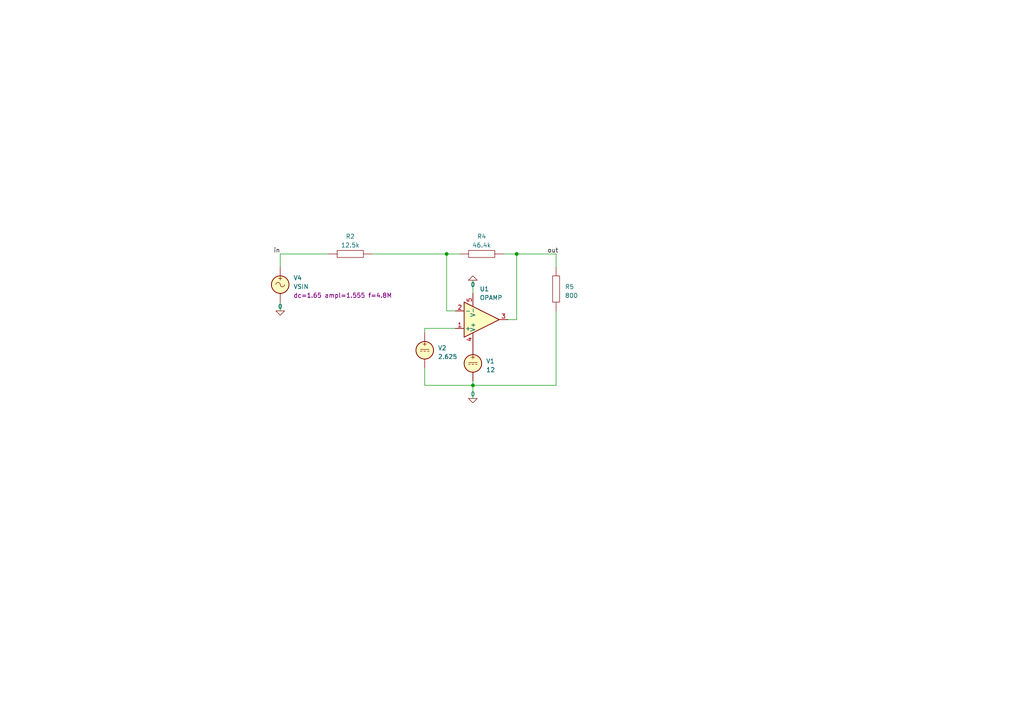
<source format=kicad_sch>
(kicad_sch (version 20221206) (generator eeschema)
  (paper "A4")
  (lib_symbols
    (symbol "Simulation_SPICE:VDC" (pin_numbers hide) (pin_names (offset 0.0254))
      (property "Reference" "V" (at 2.54 2.54 0))
      (property "Value" "1" (at 2.54 0 0))
      (symbol "VDC_0_0"
        (polyline (pts (xy -1.27 0.254) (xy 1.27 0.254)))
        (polyline (pts (xy -0.762 -0.254) (xy -1.27 -0.254)))
        (polyline (pts (xy 0.254 -0.254) (xy -0.254 -0.254)))
        (polyline (pts (xy 1.27 -0.254) (xy 0.762 -0.254)))
        (text "+" (at 0 1.905 0) (effects (font (size 1.27 1.27))))
      )
      (symbol "VDC_0_1"
        (circle (center 0 0) (radius 2.54) (stroke (width 0.254)) (fill (type background)))
      )
      (symbol "VDC_1_1"
        (pin passive line (at 0 5.08 270) (length 2.54) (name "~") (number "1"))
        (pin passive line (at 0 -5.08 90) (length 2.54) (name "~") (number "2"))
      )
    )
    (symbol "Simulation_SPICE:VSIN" (pin_numbers hide) (pin_names (offset 0.0254))
      (property "Reference" "V" (at 2.54 2.54 0))
      (property "Value" "VSIN" (at 2.54 0 0))
      (property "Sim.Params" "dc=0 ampl=1 f=1k" (at 2.54 -2.54 0))
      (symbol "VSIN_0_0"
        (arc (start 0 0) (mid -0.635 0.6323) (end -1.27 0))
        (arc (start 0 0) (mid 0.635 -0.6323) (end 1.27 0))
        (text "+" (at 0 1.905 0) (effects (font (size 1.27 1.27))))
      )
      (symbol "VSIN_0_1"
        (circle (center 0 0) (radius 2.54) (stroke (width 0.254)) (fill (type background)))
      )
      (symbol "VSIN_1_1"
        (pin passive line (at 0 5.08 270) (length 2.54) (name "~") (number "1"))
        (pin passive line (at 0 -5.08 90) (length 2.54) (name "~") (number "2"))
      )
    )
    (symbol "pspice:0" (power) (pin_names (offset 0))
      (property "Value" "0" (at 0 -1.778 0))
      (symbol "0_0_1"
        (polyline (pts (xy -1.27 0) (xy 0 -1.27) (xy 1.27 0) (xy -1.27 0)))
      )
      (symbol "0_1_1"
        (pin power_in line (at 0 0 0) (length 0) hide (name "0") (number "1"))
      )
    )
    (symbol "pspice:OPAMP" (pin_names (offset 0.254))
      (property "Reference" "U" (at 3.81 3.175 0))
      (property "Value" "OPAMP" (at 3.81 -3.175 0))
      (symbol "OPAMP_0_1"
        (polyline (pts (xy 5.08 0) (xy -5.08 5.08) (xy -5.08 -5.08) (xy 5.08 0)) (stroke (width 0.254)) (fill (type background)))
      )
      (symbol "OPAMP_1_1"
        (pin input line (at -7.62 2.54 0) (length 2.54) (name "+") (number "1"))
        (pin input line (at -7.62 -2.54 0) (length 2.54) (name "-") (number "2"))
        (pin output line (at 7.62 0 180) (length 2.54) (name "~") (number "3"))
        (pin power_in line (at -2.54 7.62 270) (length 3.81) (name "V+") (number "4"))
        (pin power_in line (at -2.54 -7.62 90) (length 3.81) (name "V-") (number "5"))
      )
    )
    (symbol "pspice:R" (pin_numbers hide) (pin_names (offset 0))
      (property "Reference" "R" (at 2.032 0 90))
      (property "Value" "R" (at 0 0 90))
      (symbol "R_0_1"
        (rectangle (start -1.016 3.81) (end 1.016 -3.81))
      )
      (symbol "R_1_1"
        (pin passive line (at 0 6.35 270) (length 2.54) (name "~") (number "1"))
        (pin passive line (at 0 -6.35 90) (length 2.54) (name "~") (number "2"))
      )
    )
  )
  (junction (at 137.16 111.76))
  (junction (at 149.86 73.66))
  (junction (at 129.54 73.66))
  (wire (pts (xy 137.16 111.76) (xy 161.29 111.76)))
  (wire (pts (xy 149.86 73.66) (xy 161.29 73.66)))
  (wire (pts (xy 161.29 90.17) (xy 161.29 111.76)))
  (wire (pts (xy 107.95 73.66) (xy 129.54 73.66)))
  (wire (pts (xy 123.19 96.52) (xy 123.19 95.25)))
  (wire (pts (xy 129.54 90.17) (xy 132.08 90.17)))
  (wire (pts (xy 137.16 111.76) (xy 137.16 110.49)))
  (wire (pts (xy 137.16 115.57) (xy 137.16 111.76)))
  (wire (pts (xy 137.16 81.28) (xy 137.16 85.09)))
  (wire (pts (xy 129.54 73.66) (xy 129.54 90.17)))
  (wire (pts (xy 129.54 73.66) (xy 133.35 73.66)))
  (wire (pts (xy 123.19 111.76) (xy 137.16 111.76)))
  (wire (pts (xy 81.28 77.47) (xy 81.28 73.66)))
  (wire (pts (xy 149.86 73.66) (xy 149.86 92.71)))
  (wire (pts (xy 123.19 95.25) (xy 132.08 95.25)))
  (wire (pts (xy 81.28 73.66) (xy 95.25 73.66)))
  (wire (pts (xy 161.29 77.47) (xy 161.29 73.66)))
  (wire (pts (xy 81.28 90.17) (xy 81.28 87.63)))
  (wire (pts (xy 147.32 92.71) (xy 149.86 92.71)))
  (wire (pts (xy 146.05 73.66) (xy 149.86 73.66)))
  (wire (pts (xy 123.19 106.68) (xy 123.19 111.76)))
  (label "out" (at 158.75 73.66 0))
  (label "in" (at 81.28 73.66 180))
  (symbol (lib_id "Simulation_SPICE:VDC") (at 123.19 101.6 0) (unit 1)
    (property "Reference" "V2" (at 127 100.9292 0) (effects (justify left)))
    (property "Value" "2.625" (at 127 103.4692 0) (effects (justify left)))
    (property "Sim.Pins" "1=+ 2=-" (effects hide))
    (property "Sim.Type" "DC" (effects hide))
    (property "Sim.Device" "V" (effects hide))
  )
  (symbol (lib_id "pspice:R") (at 101.6 73.66 90) (unit 1)
    (property "Reference" "R2" (at 101.6 68.58 90))
    (property "Value" "12.5k" (at 101.6 71.12 90))
  )
  (symbol (lib_id "pspice:OPAMP") (at 139.7 92.71 0) (mirror x) (unit 1)
    (property "Reference" "U1" (at 139.1159 83.82 0) (effects (justify left)))
    (property "Value" "OPAMP" (at 139.1159 86.36 0) (effects (justify left)))
    (property "Sim.Name" "SN10502" (effects hide))
    (property "Sim.Library" "Spice Models\\SN10502.lib" (effects hide))
    (property "Sim.Device" "SUBCKT" (effects hide))
    (property "Sim.Pins" "1=inp 2=inn 3=out 4=vcc 5=vee" (effects hide))
  )
  (symbol (lib_id "Simulation_SPICE:VSIN") (at 81.28 82.55 0) (unit 1)
    (property "Reference" "V4" (at 85.09 80.6092 0) (effects (justify left)))
    (property "Value" "VSIN" (at 85.09 83.1492 0) (effects (justify left)))
    (property "Sim.Pins" "1=+ 2=-" (effects hide))
    (property "Sim.Params" "dc=1.65 ampl=1.555 f=4.8M" (at 85.09 85.6892 0) (effects (justify left)))
    (property "Sim.Type" "SIN" (effects hide))
    (property "Sim.Device" "V" (effects hide))
  )
  (symbol (lib_id "Simulation_SPICE:VDC") (at 137.16 105.41 0) (unit 1)
    (property "Reference" "V1" (at 140.97 104.7392 0) (effects (justify left)))
    (property "Value" "12" (at 140.97 107.2792 0) (effects (justify left)))
    (property "Sim.Pins" "1=+ 2=-" (effects hide))
    (property "Sim.Type" "DC" (effects hide))
    (property "Sim.Device" "V" (effects hide))
  )
  (symbol (lib_id "pspice:R") (at 161.29 83.82 180) (unit 1)
    (property "Reference" "R5" (at 163.83 83.185 0) (effects (justify right)))
    (property "Value" "800" (at 163.83 85.725 0) (effects (justify right)))
  )
  (symbol (lib_id "pspice:0") (at 137.16 81.28 0) (mirror x) (unit 1)
    (property "Reference" "#GND03" (effects hide))
    (property "Value" "0" (at 137.16 82.55 0))
  )
  (symbol (lib_id "pspice:R") (at 139.7 73.66 90) (unit 1)
    (property "Reference" "R4" (at 139.7 68.58 90))
    (property "Value" "46.4k" (at 139.7 71.12 90))
  )
  (symbol (lib_id "pspice:0") (at 81.28 90.17 0) (unit 1)
    (property "Reference" "#GND01" (effects hide))
    (property "Value" "0" (at 81.28 88.9 0))
  )
  (symbol (lib_id "pspice:0") (at 137.16 115.57 0) (unit 1)
    (property "Reference" "#GND04" (effects hide))
    (property "Value" "0" (at 137.16 114.3 0))
  )
)
</source>
